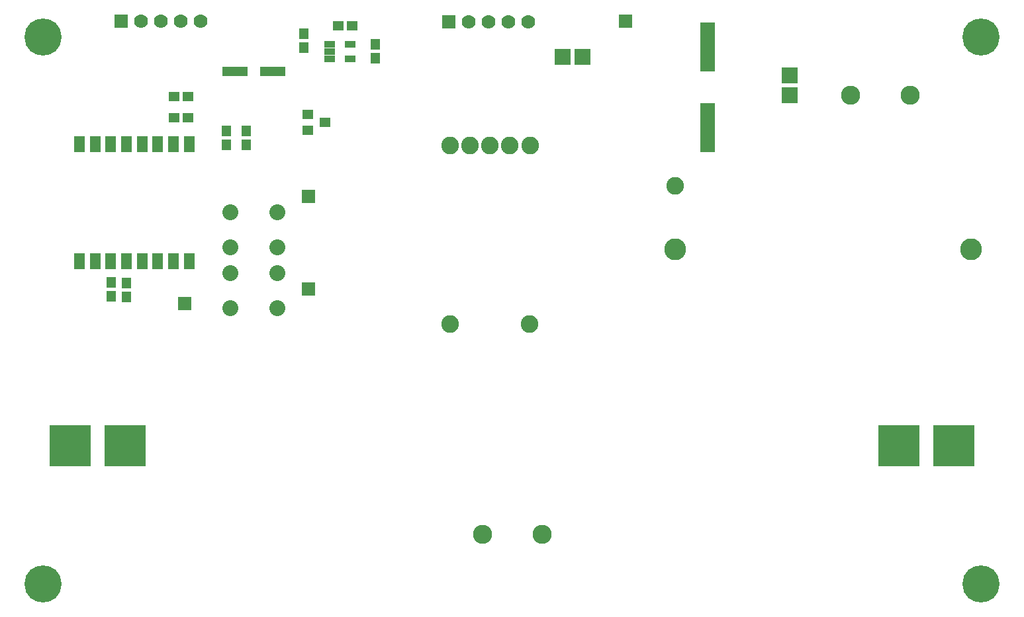
<source format=gbr>
G04 EasyPC Gerber Version 21.0.3 Build 4286 *
%FSLAX35Y35*%
%MOMM*%
%ADD132R,1.25400X1.34400*%
%ADD129R,1.35400X2.05400*%
%ADD143R,1.95400X6.25400*%
%ADD130R,1.77800X1.77800*%
%ADD136R,2.03200X2.03200*%
%ADD141R,5.25400X5.25400*%
%ADD140R,1.35400X0.85400*%
%ADD131C,1.77800*%
%ADD138C,2.03200*%
%ADD134C,2.25400*%
%ADD139C,2.45400*%
%ADD135C,2.79400*%
%ADD133R,1.34400X1.25400*%
%ADD137C,4.75400*%
%ADD144R,3.25400X1.25400*%
%ADD142R,1.47320X1.27000*%
X0Y0D02*
D02*
D129*
X974830Y4637630D03*
Y6137630D03*
X1174830Y4637630D03*
Y6137630D03*
X1374830Y4637630D03*
Y6137630D03*
X1574830Y4637630D03*
Y6137630D03*
X1774830Y4637630D03*
Y6137630D03*
X1974830Y4637630D03*
Y6137630D03*
X2174830Y4637630D03*
Y6137630D03*
X2374830Y4637630D03*
Y6137630D03*
D02*
D130*
X1507650Y7706350D03*
X2315650Y4091670D03*
X3905650Y5461670D03*
X3906350Y4281670D03*
X5698350Y7701670D03*
X7955650Y7706350D03*
D02*
D131*
X1761650D03*
X2015650D03*
X2269650D03*
X2523650D03*
X5952350Y7701670D03*
X6206350D03*
X6460350D03*
X6714350D03*
D02*
D132*
X1376350Y4182770D03*
Y4360570D03*
X1576350Y4182450D03*
Y4360250D03*
X2855650Y6122770D03*
Y6300570D03*
X3105650Y6122770D03*
Y6300570D03*
X3845650Y7372770D03*
Y7550570D03*
X4755650Y7232770D03*
Y7410570D03*
D02*
D133*
X2186750Y6471670D03*
Y6741670D03*
X2364550Y6471670D03*
Y6741670D03*
X4286750Y7651670D03*
X4464550D03*
D02*
D134*
X5717840Y3835080D03*
Y6121080D03*
X5971840D03*
X6225840D03*
X6479840D03*
X6733840Y3835080D03*
X6735650Y6121080D03*
X8593790Y5601240D03*
D02*
D135*
Y4791240D03*
X12375790D03*
D02*
D136*
X7151650Y7251670D03*
X7405650D03*
X10055650Y6757670D03*
Y7011670D03*
D02*
D137*
X506350Y506350D03*
Y7506350D03*
X12506350Y506350D03*
Y7506350D03*
D02*
D138*
X2905650Y4811670D03*
Y5261670D03*
X2906350Y4031670D03*
Y4481670D03*
X3505650Y4811670D03*
Y5261670D03*
X3506350Y4031670D03*
Y4481670D03*
D02*
D139*
X6125350Y1141670D03*
X6887350D03*
X10834650Y6761670D03*
X11596650D03*
D02*
D140*
X4175650Y7226670D03*
Y7321670D03*
Y7416670D03*
X4435650Y7226670D03*
Y7416670D03*
D02*
D141*
X856350Y2271670D03*
X1556350D03*
X11456350D03*
X12156350D03*
D02*
D142*
X3896430Y6310070D03*
Y6513270D03*
X4117410Y6411670D03*
D02*
D143*
X9005650Y6341670D03*
Y7381670D03*
D02*
D144*
X2965650Y7061670D03*
X3445650D03*
X0Y0D02*
M02*

</source>
